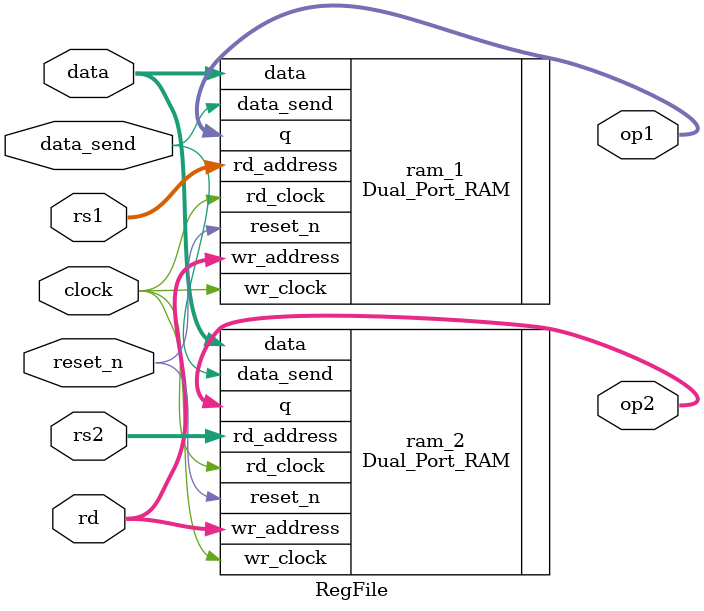
<source format=v>
/**
 * Title      : Generated from com.synflow.risc.id_stage.RegFile by Synflow Studio
 * Project    : RISCV
 *
 * File       : com.synflow.risc.id_stage.RegFile.v
 * Author     : Matthieu
 * Standard   : Verilog-2001
 *
 **
 * Copyright (c) 2013
 **
 *
 */

module RegFile(input clock, input reset_n, input [4 : 0] rs1, input [4 : 0] rs2, input [4 : 0] rd, input [31 : 0] data, input data_send, output [31 : 0] op1, output [31 : 0] op2);

  /**
   * Wires
   */

  /**
   * Instances
   */
  Dual_Port_RAM #(
    .depth(5),
    .width(32)
  )
  ram_2 (
    .rd_clock(clock),
    .wr_clock(clock),
    .reset_n(reset_n),
    .rd_address(rs2),
    .wr_address(rd),
    .data(data),
    .data_send(data_send),
    .q(op2)
  );
  
  Dual_Port_RAM #(
    .depth(5),
    .width(32)
  )
  ram_1 (
    .rd_clock(clock),
    .wr_clock(clock),
    .reset_n(reset_n),
    .rd_address(rs1),
    .wr_address(rd),
    .data(data),
    .data_send(data_send),
    .q(op1)
  );

  /**
   * Assignments to output ports
   */

endmodule //RegFile

</source>
